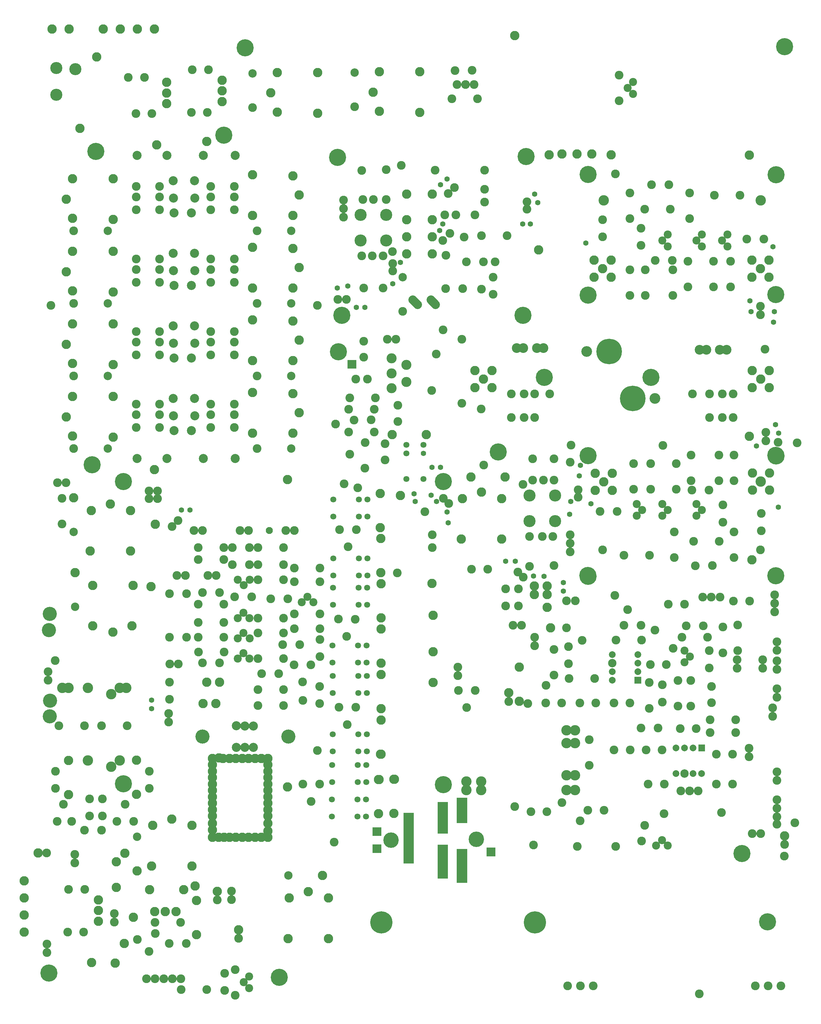
<source format=gbr>
%FSLAX34Y34*%
%MOMM*%
%LNSOLDERMASK_TOP*%
G71*
G01*
%ADD10C,2.600*%
%ADD11C,2.400*%
%ADD12C,2.800*%
%ADD13C,2.600*%
%ADD14C,5.100*%
%ADD15C,1.600*%
%ADD16C,3.100*%
%ADD17C,7.600*%
%ADD18C,3.200*%
%ADD19C,2.900*%
%ADD20C,2.600*%
%ADD21C,2.600*%
%ADD22C,2.400*%
%ADD23C,2.500*%
%ADD24C,2.600*%
%ADD25C,3.600*%
%ADD26C,2.800*%
%ADD27C,3.000*%
%ADD28C,1.800*%
%ADD29C,1.600*%
%ADD30C,2.000*%
%ADD31C,2.500*%
%ADD32C,2.700*%
%ADD33C,2.700*%
%ADD34C,4.200*%
%ADD35C,2.700*%
%ADD36C,2.800*%
%ADD37C,2.100*%
%ADD38C,6.600*%
%ADD39C,4.200*%
%ADD40C,4.600*%
%LPD*%
X419045Y-515829D02*
G54D10*
D03*
X419095Y-439579D02*
G54D10*
D03*
X338051Y-519229D02*
G54D10*
D03*
X338164Y-570210D02*
G54D10*
D03*
X452351Y-544629D02*
G54D10*
D03*
X452463Y-595610D02*
G54D10*
D03*
X419061Y-744429D02*
G54D10*
D03*
X419111Y-668179D02*
G54D10*
D03*
X539782Y-487815D02*
G54D10*
D03*
X463532Y-487765D02*
G54D10*
D03*
X464741Y-668179D02*
G54D10*
D03*
X464691Y-744429D02*
G54D10*
D03*
X596844Y-515830D02*
G54D10*
D03*
X596894Y-439580D02*
G54D10*
D03*
X494176Y-640345D02*
G54D10*
D03*
X591741Y-642779D02*
G54D10*
D03*
X591691Y-719029D02*
G54D10*
D03*
X667940Y-642779D02*
G54D10*
D03*
X667890Y-719029D02*
G54D10*
D03*
X718740Y-642779D02*
G54D10*
D03*
X718690Y-719029D02*
G54D10*
D03*
X818212Y-576734D02*
G54D10*
D03*
X767232Y-576847D02*
G54D10*
D03*
X746758Y-446011D02*
G54D10*
D03*
X670508Y-445961D02*
G54D10*
D03*
X531416Y-563404D02*
G54D11*
D03*
X515516Y-580979D02*
G54D11*
D03*
X531450Y-598595D02*
G54D11*
D03*
X633016Y-563404D02*
G54D11*
D03*
X617116Y-580979D02*
G54D11*
D03*
X633050Y-598595D02*
G54D11*
D03*
X709216Y-563404D02*
G54D11*
D03*
X693316Y-580979D02*
G54D11*
D03*
X709250Y-598595D02*
G54D11*
D03*
X312316Y-639504D02*
G54D12*
D03*
X363116Y-639504D02*
G54D12*
D03*
X337716Y-664904D02*
G54D12*
D03*
X363116Y-690304D02*
G54D12*
D03*
X312316Y-690304D02*
G54D12*
D03*
X782216Y-639504D02*
G54D12*
D03*
X833016Y-639504D02*
G54D12*
D03*
X807616Y-664904D02*
G54D12*
D03*
X833016Y-690304D02*
G54D12*
D03*
X782216Y-690304D02*
G54D12*
D03*
X483742Y-415195D02*
G54D10*
D03*
X534722Y-415082D02*
G54D10*
D03*
X419061Y-744429D02*
G54D13*
D03*
X294640Y-384810D02*
G54D14*
D03*
X544976Y-640345D02*
G54D10*
D03*
X547291Y-668179D02*
G54D10*
D03*
X547241Y-744429D02*
G54D10*
D03*
X376291Y-383029D02*
G54D10*
D03*
X287516Y-588804D02*
G54D15*
D03*
X464691Y-744429D02*
G54D13*
D03*
X547241Y-744429D02*
G54D13*
D03*
X591691Y-719029D02*
G54D13*
D03*
X667890Y-719029D02*
G54D13*
D03*
X854472Y-385604D02*
G54D14*
D03*
X294640Y-743586D02*
G54D14*
D03*
X853836Y-741998D02*
G54D14*
D03*
X344666Y-461804D02*
G54D15*
D03*
X341490Y-461804D02*
G54D16*
D03*
X808215Y-461804D02*
G54D16*
D03*
X427266Y-1051045D02*
G54D17*
D03*
X357416Y-911344D02*
G54D17*
D03*
X290741Y-911345D02*
G54D18*
D03*
X493941Y-1051045D02*
G54D18*
D03*
X81866Y-901245D02*
G54D19*
D03*
X161866Y-901245D02*
G54D20*
D03*
X626866Y-906245D02*
G54D20*
D03*
X706866Y-906245D02*
G54D20*
D03*
X161866Y-901245D02*
G54D19*
D03*
X626866Y-906245D02*
G54D19*
D03*
X706866Y-906245D02*
G54D12*
D03*
X101866Y-901245D02*
G54D19*
D03*
X141866Y-901245D02*
G54D19*
D03*
X646866Y-906244D02*
G54D19*
D03*
X686866Y-906245D02*
G54D19*
D03*
X-42559Y-1018845D02*
G54D12*
D03*
X-42559Y-968045D02*
G54D12*
D03*
X-17159Y-993445D02*
G54D12*
D03*
X8241Y-968044D02*
G54D12*
D03*
X8241Y-1018845D02*
G54D12*
D03*
X-42559Y-1018845D02*
G54D21*
D03*
X8241Y-1018845D02*
G54D13*
D03*
X782941Y-1018845D02*
G54D12*
D03*
X782941Y-968045D02*
G54D12*
D03*
X808341Y-993445D02*
G54D12*
D03*
X833741Y-968045D02*
G54D12*
D03*
X833741Y-1018845D02*
G54D12*
D03*
X782941Y-1018845D02*
G54D21*
D03*
X833741Y-1018845D02*
G54D13*
D03*
X656398Y-1107482D02*
G54D10*
D03*
X656398Y-1037632D02*
G54D10*
D03*
X726248Y-1107482D02*
G54D10*
D03*
X726248Y-1037632D02*
G54D10*
D03*
X694498Y-1037632D02*
G54D10*
D03*
X694498Y-1107482D02*
G54D10*
D03*
X726249Y-1107482D02*
G54D13*
D03*
X726249Y-1037632D02*
G54D13*
D03*
X65848Y-1107482D02*
G54D10*
D03*
X65848Y-1037632D02*
G54D10*
D03*
X135698Y-1107482D02*
G54D10*
D03*
X135698Y-1037632D02*
G54D10*
D03*
X103948Y-1037632D02*
G54D10*
D03*
X103948Y-1107482D02*
G54D10*
D03*
X135699Y-1107482D02*
G54D13*
D03*
X135699Y-1037632D02*
G54D13*
D03*
X706866Y-906245D02*
G54D19*
D03*
X180149Y-1037632D02*
G54D21*
D03*
X605599Y-1037632D02*
G54D21*
D03*
X821141Y-904520D02*
G54D21*
D03*
X-23409Y-1082320D02*
G54D21*
D03*
X-42559Y-968045D02*
G54D13*
D03*
X8241Y-968044D02*
G54D13*
D03*
X782941Y-968045D02*
G54D13*
D03*
X833741Y-968045D02*
G54D13*
D03*
X833741Y-1018845D02*
G54D13*
D03*
X294640Y-1221423D02*
G54D14*
D03*
X854472Y-1222216D02*
G54D14*
D03*
X294640Y-1580198D02*
G54D14*
D03*
X853836Y-1578610D02*
G54D14*
D03*
X808215Y-1298416D02*
G54D16*
D03*
X-382384Y-581344D02*
G54D22*
D03*
X-306184Y-581344D02*
G54D22*
D03*
X-306184Y-505144D02*
G54D22*
D03*
X-382384Y-505144D02*
G54D22*
D03*
X-306272Y-370121D02*
G54D10*
D03*
X-306272Y-459021D02*
G54D10*
D03*
X-344372Y-459021D02*
G54D10*
D03*
X-376122Y-459021D02*
G54D10*
D03*
X-315916Y-721911D02*
G54D10*
D03*
X-379415Y-626661D02*
G54D10*
D03*
X-347666Y-626661D02*
G54D10*
D03*
X-315916Y-626661D02*
G54D10*
D03*
X-287433Y-614372D02*
G54D10*
D03*
X-379416Y-372661D02*
G54D10*
D03*
X-261822Y-357421D02*
G54D10*
D03*
X-99394Y-505110D02*
G54D10*
D03*
X-42244Y-505110D02*
G54D10*
D03*
X-13544Y-428910D02*
G54D10*
D03*
X-13544Y-371760D02*
G54D10*
D03*
X-74594Y-570734D02*
G54D10*
D03*
X-128546Y-624616D02*
G54D10*
D03*
X-74594Y-570734D02*
G54D13*
D03*
X53182Y-566682D02*
G54D10*
D03*
X-23068Y-566632D02*
G54D10*
D03*
X53182Y-566682D02*
G54D13*
D03*
X-67644Y-644810D02*
G54D10*
D03*
X-16844Y-644810D02*
G54D10*
D03*
X-16844Y-644810D02*
G54D10*
D03*
X11763Y-740916D02*
G54D10*
D03*
X11651Y-689936D02*
G54D10*
D03*
X11763Y-740916D02*
G54D10*
D03*
X-13544Y-467010D02*
G54D10*
D03*
X18206Y-644810D02*
G54D10*
D03*
X-132414Y-505110D02*
G54D10*
D03*
X-121494Y-441610D02*
G54D10*
D03*
X-245190Y-443106D02*
G54D12*
D03*
X-168990Y-443106D02*
G54D12*
D03*
X-245190Y-519306D02*
G54D12*
D03*
X-245190Y-570106D02*
G54D12*
D03*
X-245190Y-620906D02*
G54D12*
D03*
X-168990Y-519306D02*
G54D12*
D03*
X-168990Y-570106D02*
G54D12*
D03*
X-168990Y-620906D02*
G54D12*
D03*
X-257691Y-791468D02*
G54D23*
D03*
X-257691Y-689868D02*
G54D23*
D03*
X-257691Y-791468D02*
G54D13*
D03*
X-168990Y-443106D02*
G54D10*
D03*
X-22739Y-725909D02*
G54D10*
D03*
X-78959Y-723664D02*
G54D10*
D03*
X-78959Y-723664D02*
G54D10*
D03*
X-129759Y-723664D02*
G54D10*
D03*
G54D24*
X-159575Y-771386D02*
X-173717Y-757244D01*
G54D24*
X-213550Y-771386D02*
X-227692Y-757244D01*
X-433784Y-461010D02*
G54D21*
D03*
X-433784Y-486410D02*
G54D21*
D03*
X-433784Y-511810D02*
G54D21*
D03*
X-160734Y-372110D02*
G54D21*
D03*
X-382384Y-505144D02*
G54D25*
D03*
X-382384Y-581344D02*
G54D25*
D03*
X-306184Y-581344D02*
G54D25*
D03*
X-306184Y-505144D02*
G54D25*
D03*
X196094Y-1339546D02*
G54D22*
D03*
X119894Y-1339546D02*
G54D22*
D03*
X119894Y-1415746D02*
G54D22*
D03*
X196094Y-1415746D02*
G54D22*
D03*
X119982Y-1550769D02*
G54D10*
D03*
X119982Y-1461869D02*
G54D10*
D03*
X158082Y-1461869D02*
G54D10*
D03*
X189832Y-1461869D02*
G54D10*
D03*
X193126Y-1230729D02*
G54D10*
D03*
X129626Y-1230729D02*
G54D10*
D03*
X193125Y-1294229D02*
G54D10*
D03*
X161376Y-1294229D02*
G54D10*
D03*
X129626Y-1294229D02*
G54D10*
D03*
X101143Y-1306518D02*
G54D10*
D03*
X193126Y-1548229D02*
G54D10*
D03*
X241144Y-1507505D02*
G54D21*
D03*
X241144Y-1482105D02*
G54D21*
D03*
X241144Y-1456705D02*
G54D21*
D03*
X241144Y-1240805D02*
G54D21*
D03*
X196094Y-1415746D02*
G54D25*
D03*
X196094Y-1339546D02*
G54D25*
D03*
X119894Y-1339546D02*
G54D25*
D03*
X119894Y-1415746D02*
G54D25*
D03*
X-83114Y-1469127D02*
G54D12*
D03*
X-79940Y-1348477D02*
G54D12*
D03*
X37536Y-1469127D02*
G54D12*
D03*
X37536Y-1348477D02*
G54D12*
D03*
X-22789Y-1329014D02*
G54D12*
D03*
X-79940Y-1348477D02*
G54D26*
D03*
X-54093Y-1284896D02*
G54D12*
D03*
X47507Y-1284896D02*
G54D12*
D03*
X134807Y-1609036D02*
G54D12*
D03*
X134807Y-1634436D02*
G54D12*
D03*
X172907Y-1634436D02*
G54D12*
D03*
X172907Y-1672536D02*
G54D12*
D03*
X87402Y-1617042D02*
G54D10*
D03*
X87515Y-1668022D02*
G54D10*
D03*
X87402Y-1617042D02*
G54D10*
D03*
X87514Y-1668023D02*
G54D10*
D03*
X49302Y-1617042D02*
G54D10*
D03*
X49414Y-1668022D02*
G54D10*
D03*
X49302Y-1617042D02*
G54D10*
D03*
X49414Y-1668023D02*
G54D10*
D03*
X172907Y-1609036D02*
G54D12*
D03*
X-16126Y-1249086D02*
G54D10*
D03*
X-54093Y-1284896D02*
G54D12*
D03*
X-246135Y-950597D02*
G54D27*
D03*
X-246135Y-1001397D02*
G54D27*
D03*
X-290585Y-975996D02*
G54D27*
D03*
X-290585Y-1020447D02*
G54D27*
D03*
X-290585Y-931547D02*
G54D27*
D03*
X-277885Y-874397D02*
G54D10*
D03*
X-303285Y-874397D02*
G54D10*
D03*
X-338970Y-1049022D02*
G54D10*
D03*
X-415220Y-1048972D02*
G54D10*
D03*
X-417912Y-1083282D02*
G54D10*
D03*
X-341662Y-1083332D02*
G54D10*
D03*
X-401978Y-1114758D02*
G54D10*
D03*
X-350998Y-1114646D02*
G54D10*
D03*
X-373135Y-880659D02*
G54D10*
D03*
X-373135Y-928459D02*
G54D10*
D03*
X-369525Y-1182284D02*
G54D10*
D03*
X-369575Y-1258534D02*
G54D10*
D03*
X-309635Y-1233346D02*
G54D10*
D03*
X-309635Y-1185547D02*
G54D10*
D03*
X-397079Y-993503D02*
G54D10*
D03*
X-361979Y-993502D02*
G54D10*
D03*
X-271535Y-1119047D02*
G54D10*
D03*
X-271535Y-1071246D02*
G54D10*
D03*
X-417857Y-1150929D02*
G54D10*
D03*
X-341607Y-1150979D02*
G54D10*
D03*
X-170660Y-1027352D02*
G54D10*
D03*
X-417912Y-1083282D02*
G54D10*
D03*
X-417857Y-1150928D02*
G54D10*
D03*
X-309635Y-1233346D02*
G54D10*
D03*
X-369575Y-1258534D02*
G54D10*
D03*
G36*
X-395185Y-936327D02*
X-395185Y-962327D01*
X-421185Y-962327D01*
X-421185Y-936327D01*
X-395185Y-936327D01*
G37*
X-195335Y-1188808D02*
G54D28*
D03*
X-195335Y-1214208D02*
G54D29*
D03*
X-246135Y-1188809D02*
G54D29*
D03*
X-246135Y-1214208D02*
G54D28*
D03*
X-195335Y-1290409D02*
G54D29*
D03*
X-246135Y-1290409D02*
G54D29*
D03*
X-288553Y-1158042D02*
G54D12*
D03*
X-186953Y-1158042D02*
G54D12*
D03*
X-288553Y-1158043D02*
G54D12*
D03*
X-191139Y-1388017D02*
G54D21*
D03*
X-246135Y-1188809D02*
G54D28*
D03*
X-195335Y-1290409D02*
G54D28*
D03*
X-246135Y-1290409D02*
G54D28*
D03*
G36*
X432778Y-1899147D02*
X432778Y-1879147D01*
X452778Y-1879147D01*
X452778Y-1899147D01*
X432778Y-1899147D01*
G37*
X442778Y-1863747D02*
G54D30*
D03*
X442778Y-1838347D02*
G54D30*
D03*
X442778Y-1812947D02*
G54D30*
D03*
X366578Y-1812947D02*
G54D30*
D03*
X366578Y-1838347D02*
G54D30*
D03*
X366579Y-1863747D02*
G54D30*
D03*
X366578Y-1889147D02*
G54D30*
D03*
X366578Y-1838347D02*
G54D31*
D03*
X738528Y-1853786D02*
G54D10*
D03*
X738528Y-1828286D02*
G54D10*
D03*
X168539Y-1957122D02*
G54D10*
D03*
X193434Y-1873537D02*
G54D10*
D03*
X193484Y-1797287D02*
G54D10*
D03*
X58242Y-1952129D02*
G54D10*
D03*
X58242Y-1926629D02*
G54D10*
D03*
X600499Y-1889845D02*
G54D10*
D03*
X600448Y-1966096D02*
G54D10*
D03*
X600499Y-1889845D02*
G54D10*
D03*
X662383Y-1907778D02*
G54D10*
D03*
X662383Y-1955578D02*
G54D10*
D03*
X562398Y-1889845D02*
G54D10*
D03*
X562348Y-1966096D02*
G54D10*
D03*
X562399Y-1889845D02*
G54D10*
D03*
X582054Y-1836072D02*
G54D11*
D03*
X597954Y-1818497D02*
G54D11*
D03*
X582019Y-1800881D02*
G54D11*
D03*
X655427Y-1801278D02*
G54D10*
D03*
X655539Y-1852259D02*
G54D10*
D03*
X655427Y-1801279D02*
G54D10*
D03*
X650497Y-1761151D02*
G54D10*
D03*
X574247Y-1761101D02*
G54D10*
D03*
X650497Y-1761151D02*
G54D10*
D03*
X637464Y-1727179D02*
G54D10*
D03*
X586484Y-1727291D02*
G54D10*
D03*
X637464Y-1727178D02*
G54D10*
D03*
X515727Y-1902878D02*
G54D10*
D03*
X515839Y-1953859D02*
G54D10*
D03*
X515727Y-1902879D02*
G54D10*
D03*
X662383Y-1907778D02*
G54D10*
D03*
X650497Y-1761151D02*
G54D10*
D03*
X637464Y-1727179D02*
G54D10*
D03*
X695749Y-1731095D02*
G54D10*
D03*
X695699Y-1807346D02*
G54D10*
D03*
X695750Y-1731095D02*
G54D10*
D03*
X695749Y-1731095D02*
G54D10*
D03*
X515727Y-1902878D02*
G54D10*
D03*
X479689Y-1842822D02*
G54D10*
D03*
X527489Y-1842822D02*
G54D10*
D03*
X493933Y-1740423D02*
G54D10*
D03*
X547815Y-1794376D02*
G54D10*
D03*
X493934Y-1740422D02*
G54D10*
D03*
X493934Y-1740423D02*
G54D10*
D03*
X453872Y-1769322D02*
G54D10*
D03*
X377622Y-1769272D02*
G54D10*
D03*
X401375Y-1725396D02*
G54D10*
D03*
X452356Y-1725284D02*
G54D10*
D03*
X401376Y-1725396D02*
G54D10*
D03*
X453872Y-1769322D02*
G54D10*
D03*
X452356Y-1725284D02*
G54D10*
D03*
X270139Y-1957122D02*
G54D10*
D03*
X317939Y-1957122D02*
G54D10*
D03*
X168539Y-1957122D02*
G54D10*
D03*
X216339Y-1957122D02*
G54D10*
D03*
X371739Y-1957122D02*
G54D10*
D03*
X419539Y-1957122D02*
G54D10*
D03*
X371739Y-1957122D02*
G54D10*
D03*
X476674Y-1896195D02*
G54D10*
D03*
X476624Y-1972446D02*
G54D10*
D03*
X476674Y-1896195D02*
G54D10*
D03*
X314172Y-1883622D02*
G54D10*
D03*
X237922Y-1883572D02*
G54D10*
D03*
X314172Y-1883622D02*
G54D10*
D03*
X236593Y-1839748D02*
G54D10*
D03*
X236481Y-1788768D02*
G54D10*
D03*
X236593Y-1839748D02*
G54D10*
D03*
X236481Y-1788767D02*
G54D10*
D03*
X276854Y-1770872D02*
G54D10*
D03*
X182838Y-1733454D02*
G54D10*
D03*
X230638Y-1733454D02*
G54D10*
D03*
X193434Y-1873537D02*
G54D10*
D03*
X169316Y-1904334D02*
G54D10*
D03*
X115364Y-1958216D02*
G54D10*
D03*
X169316Y-1904335D02*
G54D10*
D03*
X740140Y-1724841D02*
G54D10*
D03*
X182838Y-1733454D02*
G54D12*
D03*
X89964Y-1850266D02*
G54D12*
D03*
X89963Y-1951866D02*
G54D12*
D03*
X89964Y-1850266D02*
G54D12*
D03*
X58242Y-1926629D02*
G54D12*
D03*
X740140Y-1724841D02*
G54D10*
D03*
X740090Y-1801091D02*
G54D10*
D03*
X740140Y-1724841D02*
G54D10*
D03*
X740140Y-1724841D02*
G54D10*
D03*
X695749Y-1731095D02*
G54D10*
D03*
X637464Y-1727179D02*
G54D10*
D03*
X650497Y-1761151D02*
G54D10*
D03*
X493933Y-1740423D02*
G54D10*
D03*
X453872Y-1769322D02*
G54D10*
D03*
X452356Y-1725284D02*
G54D10*
D03*
X662383Y-1907778D02*
G54D10*
D03*
X276854Y-1770872D02*
G54D10*
D03*
X371739Y-1957122D02*
G54D10*
D03*
X168539Y-1957122D02*
G54D10*
D03*
X169316Y-1904335D02*
G54D10*
D03*
X193434Y-1873537D02*
G54D10*
D03*
X89964Y-1850266D02*
G54D10*
D03*
X814778Y-1853836D02*
G54D10*
D03*
X738528Y-1853786D02*
G54D10*
D03*
X814778Y-1828336D02*
G54D10*
D03*
X738528Y-1828286D02*
G54D10*
D03*
X-981126Y-1137496D02*
G54D10*
D03*
X-1050976Y-1137496D02*
G54D10*
D03*
X-981126Y-1067646D02*
G54D10*
D03*
X-1050976Y-1067646D02*
G54D10*
D03*
X-1050976Y-1099396D02*
G54D10*
D03*
X-981126Y-1099396D02*
G54D10*
D03*
X-937718Y-1146267D02*
G54D32*
D03*
X-886736Y-1146155D02*
G54D32*
D03*
X-758876Y-1137496D02*
G54D10*
D03*
X-828726Y-1137496D02*
G54D10*
D03*
X-758876Y-1067646D02*
G54D10*
D03*
X-828726Y-1067646D02*
G54D10*
D03*
X-828726Y-1099396D02*
G54D10*
D03*
X-758876Y-1099396D02*
G54D10*
D03*
X-876653Y-1102169D02*
G54D10*
D03*
X-876766Y-1051189D02*
G54D10*
D03*
X-940153Y-1102169D02*
G54D10*
D03*
X-940266Y-1051189D02*
G54D10*
D03*
X-758876Y-1067646D02*
G54D13*
D03*
X-828726Y-1067646D02*
G54D13*
D03*
X-876766Y-1051188D02*
G54D33*
D03*
X-940266Y-1051188D02*
G54D13*
D03*
X-981126Y-1067646D02*
G54D13*
D03*
X-1050976Y-1067646D02*
G54D13*
D03*
X-940153Y-1102169D02*
G54D32*
D03*
X-940266Y-1051189D02*
G54D32*
D03*
X-876766Y-1051189D02*
G54D32*
D03*
X-876653Y-1102169D02*
G54D32*
D03*
X-704663Y-1033204D02*
G54D12*
D03*
X-584013Y-1036378D02*
G54D12*
D03*
X-704663Y-1153854D02*
G54D12*
D03*
X-584013Y-1153854D02*
G54D12*
D03*
X-565200Y-1093529D02*
G54D12*
D03*
X-691156Y-1200134D02*
G54D23*
D03*
X-589556Y-1200133D02*
G54D23*
D03*
X-584013Y-1036378D02*
G54D12*
D03*
X-1119658Y-1165942D02*
G54D12*
D03*
X-1240308Y-1162768D02*
G54D12*
D03*
X-1119658Y-1045292D02*
G54D12*
D03*
X-1240308Y-1045292D02*
G54D12*
D03*
X-1259120Y-1105617D02*
G54D12*
D03*
X-1240307Y-1162768D02*
G54D12*
D03*
X-1240308Y-1045292D02*
G54D12*
D03*
X-1237256Y-1200134D02*
G54D23*
D03*
X-1135656Y-1200133D02*
G54D23*
D03*
X-691156Y-1200134D02*
G54D10*
D03*
X-1237256Y-1200134D02*
G54D10*
D03*
X-981126Y-921596D02*
G54D10*
D03*
X-1050976Y-921596D02*
G54D10*
D03*
X-981126Y-851746D02*
G54D10*
D03*
X-1050976Y-851746D02*
G54D10*
D03*
X-1050976Y-883496D02*
G54D10*
D03*
X-981126Y-883496D02*
G54D10*
D03*
X-937718Y-930367D02*
G54D32*
D03*
X-886736Y-930255D02*
G54D32*
D03*
X-758876Y-921596D02*
G54D10*
D03*
X-828726Y-921596D02*
G54D10*
D03*
X-758876Y-851746D02*
G54D10*
D03*
X-828726Y-851746D02*
G54D10*
D03*
X-828726Y-883496D02*
G54D10*
D03*
X-758876Y-883496D02*
G54D10*
D03*
X-876653Y-886269D02*
G54D10*
D03*
X-876766Y-835288D02*
G54D10*
D03*
X-940153Y-886269D02*
G54D10*
D03*
X-940266Y-835289D02*
G54D10*
D03*
X-758876Y-851746D02*
G54D13*
D03*
X-828726Y-851746D02*
G54D13*
D03*
X-876766Y-835288D02*
G54D33*
D03*
X-940266Y-835288D02*
G54D13*
D03*
X-981126Y-851746D02*
G54D13*
D03*
X-1050976Y-851746D02*
G54D13*
D03*
X-940153Y-886269D02*
G54D32*
D03*
X-940266Y-835289D02*
G54D32*
D03*
X-876766Y-835288D02*
G54D32*
D03*
X-876653Y-886269D02*
G54D32*
D03*
X-704663Y-817304D02*
G54D12*
D03*
X-584013Y-820478D02*
G54D12*
D03*
X-704663Y-937954D02*
G54D12*
D03*
X-584013Y-937954D02*
G54D12*
D03*
X-565200Y-877629D02*
G54D12*
D03*
X-691156Y-984234D02*
G54D23*
D03*
X-589556Y-984233D02*
G54D23*
D03*
X-584013Y-820478D02*
G54D12*
D03*
X-1119658Y-950042D02*
G54D12*
D03*
X-1240308Y-946868D02*
G54D12*
D03*
X-1119658Y-829392D02*
G54D12*
D03*
X-1240308Y-829392D02*
G54D12*
D03*
X-1259120Y-889717D02*
G54D12*
D03*
X-1240307Y-946869D02*
G54D12*
D03*
X-1240308Y-829392D02*
G54D12*
D03*
X-1237256Y-984234D02*
G54D23*
D03*
X-1135656Y-984233D02*
G54D23*
D03*
X-691156Y-984234D02*
G54D10*
D03*
X-1237256Y-984234D02*
G54D10*
D03*
X-981126Y-705696D02*
G54D10*
D03*
X-1050976Y-705696D02*
G54D10*
D03*
X-981126Y-635846D02*
G54D10*
D03*
X-1050976Y-635846D02*
G54D10*
D03*
X-1050976Y-667596D02*
G54D10*
D03*
X-981126Y-667596D02*
G54D10*
D03*
X-937718Y-714467D02*
G54D32*
D03*
X-886736Y-714355D02*
G54D32*
D03*
X-758876Y-705696D02*
G54D10*
D03*
X-828726Y-705696D02*
G54D10*
D03*
X-758876Y-635846D02*
G54D10*
D03*
X-828726Y-635846D02*
G54D10*
D03*
X-828726Y-667596D02*
G54D10*
D03*
X-758876Y-667596D02*
G54D10*
D03*
X-876653Y-670369D02*
G54D10*
D03*
X-876766Y-619388D02*
G54D10*
D03*
X-940153Y-670369D02*
G54D10*
D03*
X-940266Y-619388D02*
G54D10*
D03*
X-758876Y-635846D02*
G54D13*
D03*
X-828726Y-635846D02*
G54D13*
D03*
X-876766Y-619388D02*
G54D33*
D03*
X-940266Y-619388D02*
G54D13*
D03*
X-981126Y-635846D02*
G54D13*
D03*
X-1050976Y-635846D02*
G54D13*
D03*
X-940153Y-670369D02*
G54D32*
D03*
X-940266Y-619388D02*
G54D32*
D03*
X-876766Y-619388D02*
G54D32*
D03*
X-876653Y-670369D02*
G54D32*
D03*
X-704663Y-601404D02*
G54D12*
D03*
X-584013Y-604578D02*
G54D12*
D03*
X-704663Y-722054D02*
G54D12*
D03*
X-584013Y-722054D02*
G54D12*
D03*
X-565200Y-661729D02*
G54D12*
D03*
X-691156Y-768334D02*
G54D23*
D03*
X-589556Y-768334D02*
G54D23*
D03*
X-584013Y-604578D02*
G54D12*
D03*
X-1119658Y-734142D02*
G54D12*
D03*
X-1240308Y-730968D02*
G54D12*
D03*
X-1119658Y-613492D02*
G54D12*
D03*
X-1240308Y-613492D02*
G54D12*
D03*
X-1259120Y-673817D02*
G54D12*
D03*
X-1240307Y-730968D02*
G54D12*
D03*
X-1240308Y-613492D02*
G54D12*
D03*
X-1237256Y-768334D02*
G54D23*
D03*
X-1135656Y-768334D02*
G54D23*
D03*
X-691156Y-768334D02*
G54D10*
D03*
X-1237256Y-768334D02*
G54D10*
D03*
X-981126Y-489796D02*
G54D10*
D03*
X-1050976Y-489796D02*
G54D10*
D03*
X-981126Y-419946D02*
G54D10*
D03*
X-1050976Y-419946D02*
G54D10*
D03*
X-1050976Y-451696D02*
G54D10*
D03*
X-981126Y-451696D02*
G54D10*
D03*
X-937718Y-498567D02*
G54D32*
D03*
X-886737Y-498455D02*
G54D32*
D03*
X-758876Y-489796D02*
G54D10*
D03*
X-828726Y-489796D02*
G54D10*
D03*
X-758876Y-419946D02*
G54D10*
D03*
X-828726Y-419946D02*
G54D10*
D03*
X-828726Y-451696D02*
G54D10*
D03*
X-758876Y-451696D02*
G54D10*
D03*
X-876653Y-454469D02*
G54D10*
D03*
X-876766Y-403488D02*
G54D10*
D03*
X-940153Y-454469D02*
G54D10*
D03*
X-940266Y-403489D02*
G54D10*
D03*
X-758876Y-419946D02*
G54D13*
D03*
X-828726Y-419946D02*
G54D13*
D03*
X-876766Y-403488D02*
G54D33*
D03*
X-940266Y-403488D02*
G54D13*
D03*
X-981126Y-419946D02*
G54D13*
D03*
X-1050976Y-419946D02*
G54D13*
D03*
X-940153Y-454469D02*
G54D32*
D03*
X-940266Y-403489D02*
G54D32*
D03*
X-876766Y-403489D02*
G54D32*
D03*
X-876653Y-454469D02*
G54D32*
D03*
X-704663Y-385504D02*
G54D12*
D03*
X-584013Y-388678D02*
G54D12*
D03*
X-704663Y-506154D02*
G54D12*
D03*
X-584013Y-506154D02*
G54D12*
D03*
X-565200Y-445829D02*
G54D12*
D03*
X-691156Y-552434D02*
G54D23*
D03*
X-589556Y-552434D02*
G54D23*
D03*
X-584013Y-388678D02*
G54D12*
D03*
X-1119658Y-518242D02*
G54D12*
D03*
X-1240308Y-515068D02*
G54D12*
D03*
X-1119658Y-397592D02*
G54D12*
D03*
X-1240308Y-397592D02*
G54D12*
D03*
X-1259120Y-457917D02*
G54D12*
D03*
X-1240307Y-515068D02*
G54D12*
D03*
X-1240308Y-397592D02*
G54D12*
D03*
X-1237256Y-552434D02*
G54D23*
D03*
X-1135656Y-552434D02*
G54D23*
D03*
X-691156Y-552434D02*
G54D10*
D03*
X-1237256Y-552434D02*
G54D10*
D03*
X-756002Y-1229169D02*
G54D32*
D03*
X-756002Y-1229169D02*
G54D32*
D03*
X-851252Y-1229169D02*
G54D32*
D03*
X-851252Y-1229169D02*
G54D32*
D03*
X-959202Y-1229169D02*
G54D32*
D03*
X-959202Y-1229169D02*
G54D32*
D03*
X-1048102Y-1229169D02*
G54D32*
D03*
X-1048102Y-1229169D02*
G54D32*
D03*
X-756002Y-327469D02*
G54D32*
D03*
X-756002Y-327469D02*
G54D32*
D03*
X-851252Y-327469D02*
G54D32*
D03*
X-851252Y-327469D02*
G54D32*
D03*
X-959202Y-327469D02*
G54D32*
D03*
X-959202Y-327469D02*
G54D32*
D03*
X-1048102Y-327469D02*
G54D32*
D03*
X-1048102Y-327469D02*
G54D32*
D03*
X-1304738Y-773999D02*
G54D21*
D03*
X-510988Y-773999D02*
G54D21*
D03*
X100964Y-803910D02*
G54D14*
D03*
X110490Y-330836D02*
G54D14*
D03*
X110489Y-330835D02*
G54D14*
D03*
X-438786Y-803910D02*
G54D14*
D03*
X-451486Y-334010D02*
G54D14*
D03*
X-1059839Y-1606685D02*
G54D12*
D03*
X-1063013Y-1727335D02*
G54D12*
D03*
X-1180489Y-1606685D02*
G54D12*
D03*
X-1180488Y-1727335D02*
G54D12*
D03*
X-1120164Y-1746148D02*
G54D12*
D03*
X-1188038Y-1504816D02*
G54D12*
D03*
X-1184864Y-1384166D02*
G54D12*
D03*
X-1067388Y-1504816D02*
G54D12*
D03*
X-1067389Y-1384166D02*
G54D12*
D03*
X-1127713Y-1364878D02*
G54D12*
D03*
X-1233118Y-1569392D02*
G54D23*
D03*
X-1233118Y-1670992D02*
G54D23*
D03*
X-1233118Y-1569392D02*
G54D10*
D03*
X-1233118Y-1569392D02*
G54D12*
D03*
X-1236916Y-1346196D02*
G54D23*
D03*
X-1236916Y-1447797D02*
G54D23*
D03*
X-1236916Y-1346196D02*
G54D10*
D03*
X-1236916Y-1346196D02*
G54D12*
D03*
X-1063013Y-1727335D02*
G54D12*
D03*
X-1067389Y-1384166D02*
G54D12*
D03*
X-1184864Y-1384166D02*
G54D12*
D03*
X-1067389Y-1384166D02*
G54D12*
D03*
X-1088628Y-1298416D02*
G54D14*
D03*
X-136128Y-1298416D02*
G54D14*
D03*
X-1088628Y-2196941D02*
G54D14*
D03*
X-136128Y-2200116D02*
G54D14*
D03*
X-52073Y-1558736D02*
G54D10*
D03*
X-4273Y-1558736D02*
G54D10*
D03*
X-52073Y-1558735D02*
G54D10*
D03*
X843824Y-1971176D02*
G54D21*
D03*
X856523Y-1774326D02*
G54D21*
D03*
X856524Y-1799726D02*
G54D21*
D03*
X856523Y-2161676D02*
G54D21*
D03*
X856524Y-2187076D02*
G54D21*
D03*
X856523Y-1914026D02*
G54D21*
D03*
X856524Y-1939426D02*
G54D21*
D03*
X-170095Y-1600917D02*
G54D12*
D03*
X-166920Y-1696167D02*
G54D12*
D03*
X-166920Y-1804117D02*
G54D12*
D03*
X-166920Y-1896192D02*
G54D12*
D03*
X-597490Y-2056655D02*
G54D34*
D03*
X-853190Y-2056755D02*
G54D34*
D03*
X-752464Y-2024830D02*
G54D35*
D03*
X-727090Y-2024955D02*
G54D35*
D03*
X-701646Y-2024930D02*
G54D35*
D03*
X-504384Y-1958571D02*
G54D10*
D03*
X-504559Y-1907579D02*
G54D10*
D03*
X-802314Y-1894705D02*
G54D36*
D03*
X-851714Y-1958805D02*
G54D36*
D03*
X-813714Y-1958805D02*
G54D36*
D03*
X-840414Y-1894705D02*
G54D36*
D03*
X-951590Y-1945555D02*
G54D10*
D03*
X-951714Y-1894638D02*
G54D10*
D03*
X-688064Y-1916980D02*
G54D10*
D03*
X-611814Y-1917030D02*
G54D10*
D03*
X-954164Y-2013680D02*
G54D10*
D03*
X-954164Y-1988180D02*
G54D10*
D03*
X-688064Y-1964605D02*
G54D10*
D03*
X-611815Y-1964655D02*
G54D10*
D03*
X-713464Y-1545505D02*
G54D10*
D03*
X-764381Y-1545630D02*
G54D10*
D03*
X-748390Y-1589955D02*
G54D11*
D03*
X-730814Y-1605855D02*
G54D11*
D03*
X-713198Y-1589920D02*
G54D11*
D03*
X-742039Y-1443905D02*
G54D10*
D03*
X-716614Y-1443855D02*
G54D10*
D03*
X-688064Y-1589955D02*
G54D10*
D03*
X-611889Y-1589955D02*
G54D10*
D03*
X-865864Y-1529630D02*
G54D10*
D03*
X-789614Y-1529680D02*
G54D10*
D03*
X-707114Y-1640755D02*
G54D10*
D03*
X-758031Y-1640880D02*
G54D10*
D03*
X-713464Y-1704255D02*
G54D11*
D03*
X-731064Y-1688355D02*
G54D11*
D03*
X-748656Y-1704290D02*
G54D11*
D03*
X-713090Y-1764655D02*
G54D11*
D03*
X-731064Y-1748680D02*
G54D11*
D03*
X-748656Y-1764615D02*
G54D11*
D03*
X-688064Y-1704255D02*
G54D10*
D03*
X-611889Y-1704255D02*
G54D10*
D03*
X-713465Y-1824955D02*
G54D11*
D03*
X-731064Y-1809005D02*
G54D11*
D03*
X-748656Y-1824940D02*
G54D11*
D03*
X-865864Y-1761405D02*
G54D10*
D03*
X-789614Y-1761455D02*
G54D10*
D03*
X-865656Y-1805584D02*
G54D10*
D03*
X-789406Y-1805634D02*
G54D10*
D03*
X-688064Y-1824905D02*
G54D10*
D03*
X-611790Y-1824955D02*
G54D10*
D03*
X-626744Y-1869695D02*
G54D10*
D03*
X-677660Y-1869820D02*
G54D10*
D03*
X-688064Y-1748705D02*
G54D10*
D03*
X-611814Y-1748755D02*
G54D10*
D03*
X-530789Y-1843555D02*
G54D21*
D03*
X-555773Y-1894487D02*
G54D21*
D03*
X-580672Y-1843440D02*
G54D21*
D03*
X-522964Y-1656630D02*
G54D11*
D03*
X-540765Y-1640830D02*
G54D11*
D03*
X-558155Y-1656665D02*
G54D11*
D03*
X-878564Y-1443905D02*
G54D10*
D03*
X-852990Y-1443955D02*
G54D10*
D03*
X-580114Y-1555030D02*
G54D10*
D03*
X-503864Y-1555080D02*
G54D10*
D03*
X-580114Y-1596305D02*
G54D10*
D03*
X-503864Y-1596355D02*
G54D10*
D03*
X-599164Y-1647105D02*
G54D10*
D03*
X-650081Y-1647230D02*
G54D10*
D03*
X-580114Y-1691555D02*
G54D10*
D03*
X-503864Y-1691605D02*
G54D10*
D03*
X-503964Y-1818580D02*
G54D10*
D03*
X-504077Y-1767600D02*
G54D10*
D03*
X-503915Y-1736005D02*
G54D10*
D03*
X-580190Y-1735955D02*
G54D10*
D03*
X-929314Y-1577230D02*
G54D10*
D03*
X-904452Y-1577542D02*
G54D10*
D03*
X-900790Y-1761405D02*
G54D10*
D03*
X-951764Y-1761555D02*
G54D10*
D03*
X-865864Y-1716955D02*
G54D10*
D03*
X-789614Y-1717005D02*
G54D10*
D03*
X-802364Y-1837605D02*
G54D10*
D03*
X-853340Y-1837755D02*
G54D10*
D03*
X-925764Y-1840755D02*
G54D10*
D03*
X-951064Y-1840455D02*
G54D10*
D03*
X-900790Y-1631230D02*
G54D10*
D03*
X-951764Y-1631330D02*
G54D10*
D03*
X-580114Y-1443905D02*
G54D10*
D03*
X-605590Y-1443905D02*
G54D10*
D03*
X-865864Y-1662980D02*
G54D10*
D03*
X-789614Y-1663030D02*
G54D10*
D03*
X-802390Y-1628030D02*
G54D10*
D03*
X-853290Y-1628230D02*
G54D10*
D03*
X-837290Y-1577255D02*
G54D10*
D03*
X-812390Y-1577555D02*
G54D10*
D03*
X-688065Y-1545505D02*
G54D10*
D03*
X-611890Y-1545505D02*
G54D10*
D03*
X-688064Y-1494705D02*
G54D10*
D03*
X-611890Y-1494655D02*
G54D10*
D03*
X-865890Y-1494655D02*
G54D10*
D03*
X-789689Y-1494655D02*
G54D10*
D03*
X-713464Y-1494705D02*
G54D10*
D03*
X-764381Y-1494830D02*
G54D10*
D03*
X-654840Y-1443905D02*
G54D37*
D03*
X-614764Y-1783320D02*
G54D10*
D03*
X-563784Y-1783208D02*
G54D10*
D03*
X-554665Y-1948780D02*
G54D10*
D03*
X-701590Y-2089255D02*
G54D35*
D03*
X-726890Y-2089055D02*
G54D35*
D03*
X-752377Y-2089124D02*
G54D35*
D03*
X-364340Y-2100566D02*
G54D29*
D03*
X-389740Y-2100566D02*
G54D29*
D03*
X-364340Y-2049766D02*
G54D29*
D03*
X-389740Y-2049766D02*
G54D29*
D03*
X-465940Y-2100566D02*
G54D28*
D03*
X-465940Y-2049766D02*
G54D29*
D03*
X-321731Y-2109450D02*
G54D12*
D03*
X-321731Y-2007850D02*
G54D12*
D03*
X-323715Y-2109450D02*
G54D12*
D03*
X-364340Y-1927132D02*
G54D29*
D03*
X-389740Y-1927131D02*
G54D29*
D03*
X-364340Y-1876332D02*
G54D29*
D03*
X-389740Y-1876332D02*
G54D29*
D03*
X-465940Y-1927132D02*
G54D29*
D03*
X-465940Y-1876332D02*
G54D29*
D03*
X-397440Y-1969761D02*
G54D21*
D03*
X-422423Y-2020694D02*
G54D21*
D03*
X-447322Y-1969647D02*
G54D21*
D03*
X-361958Y-1577881D02*
G54D29*
D03*
X-387358Y-1577882D02*
G54D29*
D03*
X-361958Y-1527082D02*
G54D29*
D03*
X-387358Y-1527082D02*
G54D29*
D03*
X-463558Y-1577882D02*
G54D29*
D03*
X-463558Y-1527082D02*
G54D29*
D03*
X-361958Y-1402463D02*
G54D29*
D03*
X-387358Y-1402463D02*
G54D29*
D03*
X-361958Y-1351662D02*
G54D29*
D03*
X-387358Y-1351663D02*
G54D29*
D03*
X-463558Y-1402462D02*
G54D29*
D03*
X-463558Y-1351663D02*
G54D29*
D03*
X-395058Y-1441124D02*
G54D21*
D03*
X-420042Y-1492056D02*
G54D21*
D03*
X-444941Y-1441010D02*
G54D21*
D03*
X-399027Y-1707427D02*
G54D21*
D03*
X-424011Y-1758359D02*
G54D21*
D03*
X-448910Y-1707312D02*
G54D21*
D03*
X-363546Y-1664400D02*
G54D29*
D03*
X-388946Y-1664400D02*
G54D29*
D03*
X-363546Y-1613600D02*
G54D29*
D03*
X-388946Y-1613600D02*
G54D29*
D03*
X-465146Y-1664400D02*
G54D29*
D03*
X-465146Y-1613600D02*
G54D29*
D03*
X-365133Y-1836644D02*
G54D29*
D03*
X-390533Y-1836644D02*
G54D29*
D03*
X-365133Y-1785844D02*
G54D29*
D03*
X-390533Y-1785844D02*
G54D29*
D03*
X-466733Y-1836644D02*
G54D29*
D03*
X-466733Y-1785844D02*
G54D29*
D03*
X-321731Y-1974115D02*
G54D12*
D03*
X-321731Y-1872515D02*
G54D12*
D03*
X-321731Y-1974115D02*
G54D12*
D03*
X-321334Y-1837987D02*
G54D12*
D03*
X-321334Y-1736387D02*
G54D12*
D03*
X-321334Y-1837987D02*
G54D12*
D03*
X-321334Y-1703446D02*
G54D12*
D03*
X-321334Y-1601846D02*
G54D12*
D03*
X-321334Y-1703446D02*
G54D12*
D03*
X-322524Y-1568906D02*
G54D12*
D03*
X-322524Y-1467306D02*
G54D12*
D03*
X-322524Y-1568906D02*
G54D12*
D03*
X-324112Y-1435556D02*
G54D12*
D03*
X-324112Y-1333956D02*
G54D12*
D03*
X-324112Y-1435556D02*
G54D12*
D03*
X-273839Y-1570112D02*
G54D21*
D03*
X-511170Y-2097956D02*
G54D21*
D03*
X-465940Y-2049766D02*
G54D28*
D03*
X-389740Y-2100566D02*
G54D28*
D03*
X-364340Y-2100566D02*
G54D28*
D03*
X-389740Y-2049766D02*
G54D28*
D03*
X-364340Y-2049766D02*
G54D28*
D03*
X-465940Y-1927132D02*
G54D28*
D03*
X-465940Y-1876332D02*
G54D28*
D03*
X-389740Y-1927131D02*
G54D28*
D03*
X-364340Y-1927132D02*
G54D28*
D03*
X-364340Y-1876332D02*
G54D28*
D03*
X-389740Y-1876332D02*
G54D28*
D03*
X-390533Y-1836644D02*
G54D28*
D03*
X-365133Y-1836644D02*
G54D28*
D03*
X-365133Y-1785844D02*
G54D28*
D03*
X-390533Y-1785844D02*
G54D28*
D03*
X-466733Y-1836644D02*
G54D28*
D03*
X-466733Y-1785844D02*
G54D28*
D03*
X-465146Y-1664400D02*
G54D28*
D03*
X-388946Y-1664400D02*
G54D28*
D03*
X-465146Y-1613600D02*
G54D28*
D03*
X-388946Y-1613600D02*
G54D28*
D03*
X-363546Y-1613600D02*
G54D28*
D03*
X-363546Y-1664400D02*
G54D28*
D03*
X-463558Y-1577882D02*
G54D28*
D03*
X-463558Y-1527082D02*
G54D28*
D03*
X-387358Y-1577882D02*
G54D28*
D03*
X-361958Y-1577881D02*
G54D28*
D03*
X-361958Y-1527082D02*
G54D28*
D03*
X-387358Y-1527082D02*
G54D28*
D03*
X-463558Y-1402462D02*
G54D28*
D03*
X-463558Y-1351663D02*
G54D28*
D03*
X-387358Y-1402463D02*
G54D28*
D03*
X-361958Y-1402463D02*
G54D28*
D03*
X-361958Y-1351662D02*
G54D28*
D03*
X-387358Y-1351663D02*
G54D28*
D03*
X-399027Y-1707427D02*
G54D21*
D03*
X-395058Y-1441124D02*
G54D21*
D03*
X-366324Y-2294239D02*
G54D29*
D03*
X-391724Y-2294239D02*
G54D29*
D03*
X-366324Y-2243439D02*
G54D29*
D03*
X-391724Y-2243439D02*
G54D29*
D03*
X-467924Y-2294239D02*
G54D28*
D03*
X-467924Y-2243439D02*
G54D29*
D03*
X-467924Y-2243439D02*
G54D28*
D03*
X-391724Y-2294239D02*
G54D28*
D03*
X-366324Y-2294239D02*
G54D28*
D03*
X-391724Y-2243439D02*
G54D28*
D03*
X-366324Y-2243439D02*
G54D28*
D03*
X-504993Y-2198361D02*
G54D21*
D03*
X-529976Y-2249294D02*
G54D21*
D03*
X-554875Y-2198247D02*
G54D21*
D03*
X-329576Y-2184750D02*
G54D12*
D03*
X-329576Y-2286349D02*
G54D12*
D03*
X-327592Y-2184749D02*
G54D12*
D03*
X-283538Y-2183559D02*
G54D12*
D03*
X-283538Y-2285159D02*
G54D12*
D03*
X-281554Y-2183559D02*
G54D12*
D03*
X-365530Y-2191845D02*
G54D29*
D03*
X-390930Y-2191845D02*
G54D29*
D03*
X-365530Y-2141045D02*
G54D29*
D03*
X-390930Y-2141045D02*
G54D29*
D03*
X-467130Y-2191846D02*
G54D28*
D03*
X-467131Y-2141045D02*
G54D29*
D03*
X-467131Y-2141045D02*
G54D28*
D03*
X-390930Y-2191845D02*
G54D28*
D03*
X-365530Y-2191845D02*
G54D28*
D03*
X-390930Y-2141045D02*
G54D28*
D03*
X-365530Y-2141045D02*
G54D28*
D03*
X-600030Y-1291923D02*
G54D12*
D03*
X-600030Y-2206323D02*
G54D12*
D03*
X-792395Y-2121617D02*
G54D12*
D03*
X-659045Y-2254967D02*
G54D12*
D03*
X-659045Y-2235917D02*
G54D12*
D03*
X-659045Y-2216867D02*
G54D12*
D03*
X-659045Y-2197817D02*
G54D12*
D03*
X-659045Y-2178767D02*
G54D12*
D03*
X-659045Y-2159717D02*
G54D12*
D03*
X-659045Y-2140667D02*
G54D12*
D03*
X-659045Y-2121617D02*
G54D12*
D03*
X-659045Y-2274017D02*
G54D12*
D03*
X-659045Y-2293067D02*
G54D12*
D03*
X-659045Y-2293067D02*
G54D12*
D03*
X-754295Y-2121617D02*
G54D12*
D03*
X-735245Y-2121617D02*
G54D12*
D03*
X-716195Y-2121617D02*
G54D12*
D03*
X-697145Y-2121617D02*
G54D12*
D03*
X-678095Y-2121617D02*
G54D12*
D03*
X-773345Y-2121617D02*
G54D12*
D03*
X-792395Y-2121617D02*
G54D12*
D03*
X-659045Y-2121617D02*
G54D12*
D03*
X-993730Y-1425273D02*
G54D12*
D03*
X-264114Y-1339716D02*
G54D12*
D03*
X-373066Y-721911D02*
G54D10*
D03*
X96576Y-1725396D02*
G54D10*
D03*
X71001Y-1725346D02*
G54D10*
D03*
X135682Y-1761112D02*
G54D10*
D03*
X135632Y-1786686D02*
G54D10*
D03*
X256285Y-1653118D02*
G54D10*
D03*
X230710Y-1653068D02*
G54D10*
D03*
X774223Y-2116964D02*
G54D10*
D03*
X774224Y-2091464D02*
G54D10*
D03*
G36*
X642876Y-2100474D02*
X622876Y-2100474D01*
X622876Y-2080474D01*
X642876Y-2080474D01*
X642876Y-2100474D01*
G37*
X607476Y-2090474D02*
G54D30*
D03*
X582076Y-2090474D02*
G54D30*
D03*
X556676Y-2090474D02*
G54D30*
D03*
X556676Y-2166674D02*
G54D30*
D03*
X582076Y-2166674D02*
G54D30*
D03*
X607476Y-2166674D02*
G54D30*
D03*
X632876Y-2166673D02*
G54D30*
D03*
X582076Y-2166674D02*
G54D31*
D03*
X520674Y-2285976D02*
G54D10*
D03*
X571032Y-2218597D02*
G54D10*
D03*
X596532Y-2218598D02*
G54D10*
D03*
X596532Y-2218597D02*
G54D10*
D03*
X622032Y-2218597D02*
G54D10*
D03*
X724517Y-2197801D02*
G54D10*
D03*
X676717Y-2197800D02*
G54D10*
D03*
X521317Y-2197800D02*
G54D10*
D03*
X473517Y-2197801D02*
G54D10*
D03*
X724517Y-2108901D02*
G54D10*
D03*
X676717Y-2108901D02*
G54D10*
D03*
X734042Y-2045201D02*
G54D10*
D03*
X657792Y-2045151D02*
G54D10*
D03*
X734042Y-2007101D02*
G54D10*
D03*
X657792Y-2007051D02*
G54D10*
D03*
X734042Y-2007101D02*
G54D10*
D03*
X616567Y-2032700D02*
G54D10*
D03*
X568767Y-2032700D02*
G54D10*
D03*
X467079Y-2096201D02*
G54D10*
D03*
X514879Y-2096201D02*
G54D10*
D03*
X502982Y-2031348D02*
G54D10*
D03*
X452001Y-2031460D02*
G54D10*
D03*
X502982Y-2031348D02*
G54D10*
D03*
X371829Y-2096201D02*
G54D10*
D03*
X419629Y-2096201D02*
G54D10*
D03*
X734042Y-2007101D02*
G54D10*
D03*
X843824Y-1996576D02*
G54D21*
D03*
X856524Y-1831476D02*
G54D21*
D03*
X856524Y-1856876D02*
G54D21*
D03*
X850174Y-1634626D02*
G54D21*
D03*
X850174Y-1660026D02*
G54D21*
D03*
X850174Y-1685426D02*
G54D21*
D03*
X298029Y-2142310D02*
G54D10*
D03*
X298079Y-2066060D02*
G54D10*
D03*
X255765Y-2038191D02*
G54D16*
D03*
X255765Y-2076291D02*
G54D16*
D03*
X255765Y-2171541D02*
G54D16*
D03*
X255765Y-2215991D02*
G54D16*
D03*
X-68085Y-2215991D02*
G54D16*
D03*
X-23635Y-2215991D02*
G54D16*
D03*
X230365Y-2038191D02*
G54D16*
D03*
X230365Y-2076291D02*
G54D16*
D03*
X230365Y-2171541D02*
G54D16*
D03*
X230365Y-2215991D02*
G54D16*
D03*
X-68085Y-2190591D02*
G54D16*
D03*
X-23635Y-2190591D02*
G54D16*
D03*
X294002Y-2276286D02*
G54D10*
D03*
X341802Y-2276286D02*
G54D10*
D03*
X294002Y-2276286D02*
G54D10*
D03*
X-41839Y-1919755D02*
G54D21*
D03*
X-66823Y-1970687D02*
G54D21*
D03*
X-91722Y-1919640D02*
G54D21*
D03*
X-92922Y-1875322D02*
G54D10*
D03*
X-92871Y-1849746D02*
G54D10*
D03*
X217076Y-2252942D02*
G54D10*
D03*
X270957Y-2306895D02*
G54D10*
D03*
X856524Y-2269626D02*
G54D21*
D03*
X856524Y-2317251D02*
G54D21*
D03*
X856524Y-2244226D02*
G54D21*
D03*
X179018Y-326495D02*
G54D12*
D03*
X774382Y-326664D02*
G54D12*
D03*
X774382Y-1163277D02*
G54D12*
D03*
X363168Y-326495D02*
G54D12*
D03*
X261568Y-323320D02*
G54D12*
D03*
X172067Y-2280350D02*
G54D10*
D03*
X124267Y-2280351D02*
G54D10*
D03*
X75932Y-2264952D02*
G54D10*
D03*
X217118Y-323320D02*
G54D12*
D03*
X147268Y-609070D02*
G54D12*
D03*
X687168Y-1642093D02*
G54D10*
D03*
X661669Y-1642093D02*
G54D10*
D03*
X661669Y-1642093D02*
G54D10*
D03*
X636169Y-1642093D02*
G54D10*
D03*
X533684Y-1662889D02*
G54D10*
D03*
X581484Y-1662890D02*
G54D10*
D03*
X775246Y-1653364D02*
G54D10*
D03*
X727446Y-1653364D02*
G54D10*
D03*
X412024Y-1679076D02*
G54D21*
D03*
X856523Y-2295026D02*
G54D21*
D03*
X-1271984Y-1347629D02*
G54D10*
D03*
X-1272034Y-1423879D02*
G54D10*
D03*
X-1272034Y-1423879D02*
G54D13*
D03*
X-1284919Y-1301200D02*
G54D10*
D03*
X-1259444Y-1301200D02*
G54D10*
D03*
X-425335Y-755884D02*
G54D10*
D03*
X-450735Y-755884D02*
G54D10*
D03*
X-287222Y-649521D02*
G54D10*
D03*
X-287222Y-671746D02*
G54D10*
D03*
X-287222Y-709846D02*
G54D15*
D03*
X-452322Y-722546D02*
G54D15*
D03*
X112827Y-487596D02*
G54D10*
D03*
X112827Y-465371D02*
G54D10*
D03*
X135116Y-442754D02*
G54D15*
D03*
X808152Y-776521D02*
G54D10*
D03*
X808152Y-801921D02*
G54D10*
D03*
X776466Y-760254D02*
G54D15*
D03*
X824028Y-1151171D02*
G54D10*
D03*
X824028Y-1176571D02*
G54D10*
D03*
X852666Y-1128554D02*
G54D15*
D03*
X265228Y-1322621D02*
G54D10*
D03*
X265228Y-1344846D02*
G54D10*
D03*
X268466Y-1280954D02*
G54D15*
D03*
X243066Y-1357154D02*
G54D15*
D03*
X-120173Y-1363428D02*
G54D10*
D03*
X-135889Y-1347712D02*
G54D10*
D03*
X-125234Y-1388904D02*
G54D15*
D03*
X-156984Y-1357154D02*
G54D15*
D03*
X101635Y-1582891D02*
G54D10*
D03*
X85920Y-1567176D02*
G54D10*
D03*
X77966Y-1534954D02*
G54D15*
D03*
X131940Y-1579404D02*
G54D15*
D03*
X-420572Y-716196D02*
G54D15*
D03*
X144578Y-468546D02*
G54D15*
D03*
X100128Y-532046D02*
G54D15*
D03*
X122416Y-531654D02*
G54D15*
D03*
X779578Y-792396D02*
G54D15*
D03*
X849428Y-792396D02*
G54D15*
D03*
X846316Y-823754D02*
G54D15*
D03*
X862128Y-1154346D02*
G54D15*
D03*
X795516Y-1192054D02*
G54D15*
D03*
X-395172Y-779696D02*
G54D15*
D03*
X-369772Y-779696D02*
G54D15*
D03*
X271578Y-1249596D02*
G54D15*
D03*
X239828Y-1395646D02*
G54D15*
D03*
X49328Y-1535346D02*
G54D15*
D03*
X163628Y-1579796D02*
G54D15*
D03*
X-172922Y-1338496D02*
G54D15*
D03*
X-122122Y-1421046D02*
G54D15*
D03*
X-220484Y-1357154D02*
G54D15*
D03*
X-223503Y-1334333D02*
G54D15*
D03*
X220778Y-1624246D02*
G54D15*
D03*
X220840Y-1598454D02*
G54D15*
D03*
X-1124875Y-1930562D02*
G54D16*
D03*
X-1194725Y-1911512D02*
G54D16*
D03*
X-1124875Y-2146462D02*
G54D16*
D03*
X-1194725Y-2127412D02*
G54D16*
D03*
X-1099475Y-1911512D02*
G54D16*
D03*
X-1251875Y-1911512D02*
G54D16*
D03*
X-1099475Y-2127412D02*
G54D16*
D03*
X-1153597Y-2024215D02*
G54D10*
D03*
X-1077347Y-2024264D02*
G54D10*
D03*
X-1153597Y-2024214D02*
G54D10*
D03*
X-1280597Y-2024215D02*
G54D10*
D03*
X-1204347Y-2024264D02*
G54D10*
D03*
X-1280597Y-2024214D02*
G54D10*
D03*
X-1049693Y-2126578D02*
G54D12*
D03*
X-1049693Y-2228178D02*
G54D12*
D03*
X-1251875Y-2127412D02*
G54D12*
D03*
X-1251875Y-2229012D02*
G54D12*
D03*
X-1011802Y-2159629D02*
G54D10*
D03*
X-1011690Y-2210610D02*
G54D10*
D03*
X-1011802Y-2159629D02*
G54D10*
D03*
X-1291202Y-2159629D02*
G54D10*
D03*
X-1291090Y-2210610D02*
G54D10*
D03*
X-1291202Y-2159630D02*
G54D10*
D03*
X-1011802Y-2159629D02*
G54D10*
D03*
X-1267485Y-2257855D02*
G54D21*
D03*
X-1242586Y-2308902D02*
G54D21*
D03*
X-1108319Y-2308787D02*
G54D21*
D03*
X-1083335Y-2257855D02*
G54D21*
D03*
X-1058436Y-2308902D02*
G54D21*
D03*
X-1151502Y-2242180D02*
G54D10*
D03*
X-1151390Y-2293160D02*
G54D10*
D03*
X-1151502Y-2242180D02*
G54D10*
D03*
X-1151502Y-2242180D02*
G54D10*
D03*
X-1189602Y-2242180D02*
G54D10*
D03*
X-1189490Y-2293160D02*
G54D10*
D03*
X-1189602Y-2242180D02*
G54D10*
D03*
X-1189602Y-2242180D02*
G54D10*
D03*
X-1153547Y-2335415D02*
G54D10*
D03*
X-1204347Y-2335415D02*
G54D10*
D03*
X-1270925Y-1911512D02*
G54D16*
D03*
X-1080425Y-1911512D02*
G54D16*
D03*
X-1286119Y-2308787D02*
G54D21*
D03*
X-954164Y-1988180D02*
G54D10*
D03*
X-1312939Y-1889061D02*
G54D10*
D03*
X-1312940Y-1863561D02*
G54D10*
D03*
X-1006428Y-1610242D02*
G54D12*
D03*
X-320630Y-2609548D02*
G54D12*
D03*
X136570Y-2609548D02*
G54D38*
D03*
X-510356Y-202116D02*
G54D12*
D03*
X-631006Y-198943D02*
G54D12*
D03*
X-510356Y-81466D02*
G54D12*
D03*
X-631006Y-81466D02*
G54D12*
D03*
X-649818Y-141792D02*
G54D12*
D03*
X-631006Y-198943D02*
G54D12*
D03*
X-704434Y-83585D02*
G54D23*
D03*
X-704434Y-185185D02*
G54D10*
D03*
X-631006Y-198943D02*
G54D12*
D03*
X-206330Y-199723D02*
G54D12*
D03*
X-326980Y-196549D02*
G54D12*
D03*
X-206330Y-79073D02*
G54D12*
D03*
X-326980Y-79073D02*
G54D12*
D03*
X-345792Y-139398D02*
G54D12*
D03*
X-326980Y-196550D02*
G54D12*
D03*
X-400408Y-81191D02*
G54D23*
D03*
X-400408Y-182791D02*
G54D10*
D03*
X-326980Y-196549D02*
G54D12*
D03*
X-1217982Y-247120D02*
G54D12*
D03*
X-1288634Y-147085D02*
G54D25*
D03*
X-1288634Y-67710D02*
G54D25*
D03*
X-789608Y-267888D02*
G54D14*
D03*
X-1170608Y-316307D02*
G54D14*
D03*
X-1181720Y-1248170D02*
G54D14*
D03*
X-996321Y-1262589D02*
G54D12*
D03*
X-989797Y-296368D02*
G54D12*
D03*
X-840999Y-286462D02*
G54D12*
D03*
X-995732Y-2577570D02*
G54D12*
D03*
X-963982Y-2577570D02*
G54D12*
D03*
X-932232Y-2577570D02*
G54D12*
D03*
X-994796Y-2609870D02*
G54D10*
D03*
X-918546Y-2609920D02*
G54D10*
D03*
X-908884Y-2512443D02*
G54D12*
D03*
X-1010484Y-2512443D02*
G54D12*
D03*
X-870784Y-2645793D02*
G54D12*
D03*
X-870784Y-2544193D02*
G54D12*
D03*
X-901343Y-2671964D02*
G54D10*
D03*
X-952324Y-2672077D02*
G54D10*
D03*
X-1047592Y-2660676D02*
G54D21*
D03*
X-993911Y-2642328D02*
G54D21*
D03*
X-1012400Y-2696029D02*
G54D21*
D03*
X-875082Y-2501370D02*
G54D12*
D03*
X-952324Y-2672077D02*
G54D21*
D03*
X-1005047Y-2441904D02*
G54D12*
D03*
X-1001873Y-2321254D02*
G54D12*
D03*
X-884397Y-2441903D02*
G54D12*
D03*
X-884397Y-2321254D02*
G54D12*
D03*
X-944722Y-2302441D02*
G54D12*
D03*
X-1001874Y-2321254D02*
G54D12*
D03*
X-884397Y-2321254D02*
G54D12*
D03*
X-1048234Y-2456484D02*
G54D23*
D03*
X-1048234Y-2354885D02*
G54D23*
D03*
X309644Y-2797988D02*
G54D10*
D03*
X233344Y-2797989D02*
G54D10*
D03*
X271544Y-2797988D02*
G54D10*
D03*
X-320630Y-2609548D02*
G54D38*
D03*
X868444Y-2797988D02*
G54D10*
D03*
X792144Y-2797989D02*
G54D10*
D03*
X830344Y-2797988D02*
G54D10*
D03*
X-81035Y-1064897D02*
G54D10*
D03*
X-137598Y-581240D02*
G54D10*
D03*
X-116392Y-560034D02*
G54D10*
D03*
X-81035Y-874397D02*
G54D10*
D03*
X-157235Y-918847D02*
G54D10*
D03*
X-457200Y-1127125D02*
G54D10*
D03*
X-431800Y-1304925D02*
G54D10*
D03*
X-1004772Y-1973496D02*
G54D15*
D03*
X-1004772Y-1948096D02*
G54D15*
D03*
X-944048Y-1432140D02*
G54D10*
D03*
X-926017Y-1414108D02*
G54D10*
D03*
X-915872Y-1382946D02*
G54D15*
D03*
X-890472Y-1382946D02*
G54D15*
D03*
X-598647Y-2657804D02*
G54D12*
D03*
X-595473Y-2537154D02*
G54D12*
D03*
X-477997Y-2657803D02*
G54D12*
D03*
X-477997Y-2537154D02*
G54D12*
D03*
X-538322Y-2518341D02*
G54D12*
D03*
X-595474Y-2537154D02*
G54D12*
D03*
X-477997Y-2537154D02*
G54D12*
D03*
X-496107Y-2469465D02*
G54D23*
D03*
X-597707Y-2469465D02*
G54D23*
D03*
X-1115905Y-2583349D02*
G54D10*
D03*
X-1115905Y-2608849D02*
G54D10*
D03*
X-1308478Y-1692120D02*
G54D39*
D03*
X-37703Y-2362041D02*
G54D40*
D03*
G36*
X-65285Y-2257841D02*
X-65285Y-2313841D01*
X-96285Y-2313841D01*
X-96285Y-2257841D01*
X-65285Y-2257841D01*
G37*
G36*
X-65285Y-2410241D02*
X-65285Y-2466241D01*
X-96285Y-2466241D01*
X-96285Y-2410241D01*
X-65285Y-2410241D01*
G37*
G36*
X-122435Y-2289591D02*
X-122435Y-2345591D01*
X-153435Y-2345591D01*
X-153435Y-2289591D01*
X-122435Y-2289591D01*
G37*
G36*
X-122435Y-2378491D02*
X-122435Y-2434491D01*
X-153435Y-2434491D01*
X-153435Y-2378491D01*
X-122435Y-2378491D01*
G37*
G36*
X-224035Y-2283241D02*
X-224035Y-2339241D01*
X-255035Y-2339241D01*
X-255035Y-2283241D01*
X-224035Y-2283241D01*
G37*
G36*
X-224035Y-2378491D02*
X-224035Y-2434491D01*
X-255035Y-2434491D01*
X-255035Y-2378491D01*
X-224035Y-2378491D01*
G37*
G36*
X-122435Y-2251491D02*
X-122435Y-2307491D01*
X-153435Y-2307491D01*
X-153435Y-2251491D01*
X-122435Y-2251491D01*
G37*
G36*
X-122435Y-2422941D02*
X-122435Y-2478941D01*
X-153435Y-2478941D01*
X-153435Y-2422941D01*
X-122435Y-2422941D01*
G37*
G36*
X-224035Y-2334041D02*
X-224035Y-2390041D01*
X-255035Y-2390041D01*
X-255035Y-2334041D01*
X-224035Y-2334041D01*
G37*
G36*
X-65285Y-2238791D02*
X-65285Y-2294791D01*
X-96285Y-2294791D01*
X-96285Y-2238791D01*
X-65285Y-2238791D01*
G37*
G36*
X-65285Y-2435641D02*
X-65285Y-2491641D01*
X-96285Y-2491641D01*
X-96285Y-2435641D01*
X-65285Y-2435641D01*
G37*
X-291703Y-2365216D02*
G54D40*
D03*
G36*
X-347261Y-2326418D02*
X-321261Y-2326418D01*
X-321261Y-2352418D01*
X-347261Y-2352418D01*
X-347261Y-2326418D01*
G37*
G36*
X-347261Y-2377218D02*
X-321261Y-2377218D01*
X-321261Y-2403218D01*
X-347261Y-2403218D01*
X-347261Y-2377218D01*
G37*
G36*
X-7536Y-2386743D02*
X18464Y-2386743D01*
X18464Y-2412743D01*
X-7536Y-2412743D01*
X-7536Y-2386743D01*
G37*
X879872Y-4604D02*
G54D14*
D03*
X-726678Y-7779D02*
G54D14*
D03*
X752872Y-2404904D02*
G54D14*
D03*
X-1310878Y-2760504D02*
G54D14*
D03*
X-625078Y-2773204D02*
G54D14*
D03*
X-794929Y-104239D02*
G54D12*
D03*
X-794929Y-135989D02*
G54D12*
D03*
X-794929Y-167739D02*
G54D12*
D03*
X-886779Y-200344D02*
G54D10*
D03*
X-838979Y-200344D02*
G54D10*
D03*
X-883604Y-73344D02*
G54D10*
D03*
X-835804Y-73344D02*
G54D10*
D03*
X-960029Y-110589D02*
G54D12*
D03*
X-960029Y-142339D02*
G54D12*
D03*
X-960029Y-174089D02*
G54D12*
D03*
X-1051879Y-203519D02*
G54D10*
D03*
X-1004079Y-203519D02*
G54D10*
D03*
X-1074104Y-95570D02*
G54D10*
D03*
X-1026304Y-95569D02*
G54D10*
D03*
X-1163229Y-2542639D02*
G54D12*
D03*
X-1163229Y-2574389D02*
G54D12*
D03*
X-1163229Y-2606139D02*
G54D12*
D03*
X-1255079Y-2638744D02*
G54D10*
D03*
X-1207279Y-2638744D02*
G54D10*
D03*
X-1251904Y-2511744D02*
G54D10*
D03*
X-1204104Y-2511744D02*
G54D10*
D03*
X-1048234Y-2456484D02*
G54D12*
D03*
X-496107Y-2469465D02*
G54D12*
D03*
X-1109822Y-2429441D02*
G54D12*
D03*
X306018Y-323320D02*
G54D12*
D03*
X-137934Y-531654D02*
G54D15*
D03*
X-147522Y-551096D02*
G54D15*
D03*
X-121494Y-441610D02*
G54D10*
D03*
X-103463Y-423579D02*
G54D10*
D03*
X-125234Y-398304D02*
G54D15*
D03*
X-144347Y-414571D02*
G54D15*
D03*
X-1233564Y-2432780D02*
G54D10*
D03*
X-1233565Y-2407280D02*
G54D10*
D03*
X-1316114Y-2699480D02*
G54D10*
D03*
X-1316115Y-2673980D02*
G54D10*
D03*
X-1231484Y-70885D02*
G54D25*
D03*
X-1342980Y-2403173D02*
G54D12*
D03*
X-1310266Y-1740432D02*
G54D39*
D03*
X-1149068Y47927D02*
G54D12*
D03*
X-1098268Y47927D02*
G54D12*
D03*
X-1047468Y47927D02*
G54D12*
D03*
X-996668Y47927D02*
G54D12*
D03*
X-1301468Y47927D02*
G54D12*
D03*
X-1250668Y47927D02*
G54D12*
D03*
X-876766Y-619388D02*
G54D32*
D03*
X-940266Y-835289D02*
G54D32*
D03*
X-876766Y-835288D02*
G54D32*
D03*
X-940266Y-1051189D02*
G54D32*
D03*
X-876766Y-1051189D02*
G54D32*
D03*
X-264203Y-646346D02*
G54D15*
D03*
X729431Y-1447592D02*
G54D10*
D03*
X729381Y-1523842D02*
G54D10*
D03*
X810424Y-1444192D02*
G54D10*
D03*
X810312Y-1393212D02*
G54D10*
D03*
X696125Y-1418792D02*
G54D10*
D03*
X696012Y-1367812D02*
G54D10*
D03*
X729415Y-1218992D02*
G54D10*
D03*
X729365Y-1295242D02*
G54D10*
D03*
X608694Y-1475606D02*
G54D10*
D03*
X684944Y-1475656D02*
G54D10*
D03*
X683735Y-1295242D02*
G54D10*
D03*
X683785Y-1218992D02*
G54D10*
D03*
X551632Y-1447592D02*
G54D10*
D03*
X551582Y-1523841D02*
G54D10*
D03*
X654300Y-1323076D02*
G54D10*
D03*
X556735Y-1320642D02*
G54D10*
D03*
X556785Y-1244392D02*
G54D10*
D03*
X480535Y-1320642D02*
G54D10*
D03*
X480585Y-1244392D02*
G54D10*
D03*
X429735Y-1320642D02*
G54D10*
D03*
X429785Y-1244392D02*
G54D10*
D03*
X330264Y-1386686D02*
G54D10*
D03*
X381244Y-1386574D02*
G54D10*
D03*
X401718Y-1517410D02*
G54D10*
D03*
X477968Y-1517460D02*
G54D10*
D03*
X617060Y-1400018D02*
G54D11*
D03*
X632960Y-1382442D02*
G54D11*
D03*
X617026Y-1364826D02*
G54D11*
D03*
X515460Y-1400017D02*
G54D11*
D03*
X531360Y-1382442D02*
G54D11*
D03*
X515425Y-1364826D02*
G54D11*
D03*
X439260Y-1400017D02*
G54D11*
D03*
X455160Y-1382442D02*
G54D11*
D03*
X439225Y-1364826D02*
G54D11*
D03*
X834572Y-1323124D02*
G54D12*
D03*
X783772Y-1323124D02*
G54D12*
D03*
X809172Y-1297724D02*
G54D12*
D03*
X783772Y-1272324D02*
G54D12*
D03*
X834572Y-1272324D02*
G54D12*
D03*
X366260Y-1323917D02*
G54D12*
D03*
X315460Y-1323917D02*
G54D12*
D03*
X340860Y-1298517D02*
G54D12*
D03*
X315460Y-1273117D02*
G54D12*
D03*
X366260Y-1273118D02*
G54D12*
D03*
X664734Y-1548226D02*
G54D10*
D03*
X613754Y-1548339D02*
G54D10*
D03*
X729415Y-1218992D02*
G54D13*
D03*
X853836Y-1578610D02*
G54D14*
D03*
X603500Y-1323076D02*
G54D10*
D03*
X601185Y-1295242D02*
G54D10*
D03*
X601235Y-1218992D02*
G54D10*
D03*
X860960Y-1374617D02*
G54D15*
D03*
X683785Y-1218992D02*
G54D13*
D03*
X601235Y-1218992D02*
G54D13*
D03*
X556785Y-1244392D02*
G54D13*
D03*
X480585Y-1244392D02*
G54D13*
D03*
X294004Y-1577818D02*
G54D14*
D03*
X853836Y-1219836D02*
G54D14*
D03*
X294639Y-1221423D02*
G54D14*
D03*
X774382Y-1163276D02*
G54D10*
D03*
X303360Y-1364217D02*
G54D15*
D03*
X807616Y-1501516D02*
G54D10*
D03*
X337716Y-1501516D02*
G54D10*
D03*
X374094Y-1636757D02*
G54D10*
D03*
X419044Y-515828D02*
G54D10*
D03*
X419094Y-439578D02*
G54D10*
D03*
X338051Y-519229D02*
G54D10*
D03*
X338163Y-570210D02*
G54D10*
D03*
X452350Y-544628D02*
G54D10*
D03*
X452462Y-595609D02*
G54D10*
D03*
X419060Y-744428D02*
G54D10*
D03*
X419110Y-668178D02*
G54D10*
D03*
X539781Y-487814D02*
G54D10*
D03*
X463531Y-487764D02*
G54D10*
D03*
X464740Y-668178D02*
G54D10*
D03*
X464690Y-744428D02*
G54D10*
D03*
X596844Y-515830D02*
G54D10*
D03*
X596893Y-439580D02*
G54D10*
D03*
X494175Y-640345D02*
G54D10*
D03*
X591740Y-642778D02*
G54D10*
D03*
X591690Y-719028D02*
G54D10*
D03*
X667940Y-642778D02*
G54D10*
D03*
X667890Y-719028D02*
G54D10*
D03*
X718740Y-642778D02*
G54D10*
D03*
X718690Y-719028D02*
G54D10*
D03*
X818212Y-576734D02*
G54D10*
D03*
X767231Y-576846D02*
G54D10*
D03*
X746756Y-446010D02*
G54D10*
D03*
X670507Y-445960D02*
G54D10*
D03*
X531415Y-563403D02*
G54D11*
D03*
X515515Y-580978D02*
G54D11*
D03*
X531449Y-598594D02*
G54D11*
D03*
X633015Y-563404D02*
G54D11*
D03*
X617115Y-580978D02*
G54D11*
D03*
X633050Y-598594D02*
G54D11*
D03*
X709215Y-563404D02*
G54D11*
D03*
X693315Y-580978D02*
G54D11*
D03*
X709250Y-598594D02*
G54D11*
D03*
X312315Y-639503D02*
G54D12*
D03*
X363115Y-639504D02*
G54D12*
D03*
X337715Y-664903D02*
G54D12*
D03*
X363115Y-690304D02*
G54D12*
D03*
X312315Y-690304D02*
G54D12*
D03*
X782215Y-639504D02*
G54D12*
D03*
X833015Y-639504D02*
G54D12*
D03*
X807614Y-664904D02*
G54D12*
D03*
X833014Y-690304D02*
G54D12*
D03*
X782215Y-690304D02*
G54D12*
D03*
X483741Y-415194D02*
G54D10*
D03*
X534721Y-415082D02*
G54D10*
D03*
X419060Y-744428D02*
G54D13*
D03*
X294639Y-384810D02*
G54D14*
D03*
X544975Y-640345D02*
G54D10*
D03*
X547290Y-668178D02*
G54D10*
D03*
X547240Y-744428D02*
G54D10*
D03*
X376290Y-383028D02*
G54D10*
D03*
X287515Y-588803D02*
G54D15*
D03*
X464690Y-744428D02*
G54D13*
D03*
X547240Y-744428D02*
G54D13*
D03*
X591690Y-719028D02*
G54D13*
D03*
X667890Y-719028D02*
G54D13*
D03*
X854471Y-385604D02*
G54D14*
D03*
X294639Y-743585D02*
G54D14*
D03*
X853836Y-741998D02*
G54D14*
D03*
X845115Y-599203D02*
G54D15*
D03*
X-1183641Y-2728685D02*
G54D12*
D03*
X-1112997Y-2730272D02*
G54D12*
D03*
X27384Y-1210310D02*
G54D14*
D03*
X-169935Y-1255397D02*
G54D15*
D03*
X-144535Y-1255397D02*
G54D15*
D03*
X782405Y-1531067D02*
G54D12*
D03*
X131844Y-2378888D02*
G54D10*
D03*
X-746080Y-2631773D02*
G54D12*
D03*
X-809580Y-2517473D02*
G54D12*
D03*
X-1308478Y-1996920D02*
G54D39*
D03*
X-1307091Y-1949982D02*
G54D39*
D03*
X-809579Y-2542973D02*
G54D10*
D03*
X-809580Y-2517473D02*
G54D10*
D03*
X-767246Y-2541951D02*
G54D10*
D03*
X-767247Y-2516451D02*
G54D10*
D03*
X-746079Y-2657273D02*
G54D10*
D03*
X-746080Y-2631773D02*
G54D10*
D03*
X-1317480Y-2403172D02*
G54D10*
D03*
X-1342980Y-2403173D02*
G54D10*
D03*
X-789220Y-2356567D02*
G54D12*
D03*
X-659045Y-2337517D02*
G54D12*
D03*
X-659045Y-2356567D02*
G54D12*
D03*
X-754295Y-2356567D02*
G54D12*
D03*
X-735245Y-2356567D02*
G54D12*
D03*
X-716195Y-2356567D02*
G54D12*
D03*
X-697145Y-2356567D02*
G54D12*
D03*
X-678095Y-2356567D02*
G54D12*
D03*
X-773345Y-2356567D02*
G54D12*
D03*
X-659045Y-2356567D02*
G54D12*
D03*
X-824145Y-2334342D02*
G54D12*
D03*
X-824145Y-2315292D02*
G54D12*
D03*
X-824145Y-2356567D02*
G54D12*
D03*
X-824145Y-2178767D02*
G54D12*
D03*
X-824145Y-2159717D02*
G54D12*
D03*
X-824145Y-2140667D02*
G54D12*
D03*
X-824145Y-2121617D02*
G54D12*
D03*
X-824145Y-2235917D02*
G54D12*
D03*
X-824145Y-2216867D02*
G54D12*
D03*
X-824145Y-2197817D02*
G54D12*
D03*
X-824145Y-2178767D02*
G54D12*
D03*
X-824145Y-2293067D02*
G54D12*
D03*
X-824145Y-2274017D02*
G54D12*
D03*
X-824145Y-2254967D02*
G54D12*
D03*
X-824145Y-2235917D02*
G54D12*
D03*
X-803990Y-2120230D02*
G54D12*
D03*
X-659045Y-2315292D02*
G54D12*
D03*
X-805095Y-2356567D02*
G54D12*
D03*
X-1012530Y-1325641D02*
G54D10*
D03*
X-1012530Y-1349156D02*
G54D10*
D03*
X-987130Y-1325641D02*
G54D10*
D03*
X-987130Y-1349156D02*
G54D10*
D03*
X-1291590Y-1830953D02*
G54D10*
D03*
X691424Y-2282326D02*
G54D21*
D03*
X783426Y-2345264D02*
G54D10*
D03*
X809000Y-2345315D02*
G54D10*
D03*
X532111Y-2380721D02*
G54D11*
D03*
X514536Y-2364821D02*
G54D11*
D03*
X496920Y-2380756D02*
G54D11*
D03*
X462824Y-2320426D02*
G54D21*
D03*
X-168900Y-1456315D02*
G54D10*
D03*
X377200Y-2383415D02*
G54D10*
D03*
X-168900Y-1494415D02*
G54D10*
D03*
X262900Y-2383415D02*
G54D10*
D03*
X-1019974Y-2777064D02*
G54D10*
D03*
X-994400Y-2777115D02*
G54D10*
D03*
X-994400Y-2777115D02*
G54D10*
D03*
X-968826Y-2777166D02*
G54D10*
D03*
X454036Y-2367730D02*
G54D21*
D03*
X879520Y-2352373D02*
G54D12*
D03*
X879521Y-2377873D02*
G54D10*
D03*
X879520Y-2352373D02*
G54D10*
D03*
X829072Y-2608104D02*
G54D14*
D03*
X-1168718Y-34564D02*
G54D12*
D03*
X75882Y28936D02*
G54D12*
D03*
X-1384018Y-2485723D02*
G54D12*
D03*
X-1384018Y-2536523D02*
G54D12*
D03*
X-1384017Y-2587323D02*
G54D12*
D03*
X-1384018Y-2638123D02*
G54D12*
D03*
X-968826Y-2777166D02*
G54D10*
D03*
X-943251Y-2777216D02*
G54D10*
D03*
X-1084422Y-2404041D02*
G54D12*
D03*
X-1109822Y-2505641D02*
G54D12*
D03*
X-1059022Y-2594541D02*
G54D12*
D03*
X-1086334Y-2672384D02*
G54D12*
D03*
X-943251Y-2777216D02*
G54D10*
D03*
X-917676Y-2777266D02*
G54D10*
D03*
X-714647Y-2770062D02*
G54D11*
D03*
X-730547Y-2787637D02*
G54D11*
D03*
X-714612Y-2805253D02*
G54D11*
D03*
X-756351Y-2826270D02*
G54D10*
D03*
X-756301Y-2750020D02*
G54D10*
D03*
X-787094Y-2811983D02*
G54D10*
D03*
X-787207Y-2761002D02*
G54D10*
D03*
X-787207Y-2761002D02*
G54D21*
D03*
X-916664Y-2809155D02*
G54D10*
D03*
X-840414Y-2809205D02*
G54D10*
D03*
X625520Y-2822273D02*
G54D10*
D03*
X625520Y-2822273D02*
G54D10*
D03*
G36*
X-65285Y-2391191D02*
X-65285Y-2447191D01*
X-96285Y-2447191D01*
X-96285Y-2391191D01*
X-65285Y-2391191D01*
G37*
X-95250Y-117350D02*
G54D21*
D03*
X-69850Y-117350D02*
G54D21*
D03*
X-44450Y-117350D02*
G54D21*
D03*
X428353Y-109412D02*
G54D11*
D03*
X412453Y-126987D02*
G54D11*
D03*
X428388Y-144603D02*
G54D11*
D03*
X386649Y-165620D02*
G54D10*
D03*
X386699Y-89370D02*
G54D10*
D03*
X-101613Y-75082D02*
G54D10*
D03*
X-50632Y-74969D02*
G54D10*
D03*
X-50632Y-74969D02*
G54D21*
D03*
X-111249Y-159142D02*
G54D10*
D03*
X-34999Y-159192D02*
G54D10*
D03*
X164464Y-988060D02*
G54D14*
D03*
X481964Y-988060D02*
G54D14*
D03*
X-448866Y-911860D02*
G54D14*
D03*
X878748Y-2412501D02*
G54D21*
D03*
X-391150Y-1316615D02*
G54D10*
D03*
X-137150Y-846715D02*
G54D10*
D03*
X243850Y-1189615D02*
G54D10*
D03*
X916950Y-1183265D02*
G54D10*
D03*
X860425Y-1181100D02*
G54D10*
D03*
X517525Y-1190625D02*
G54D10*
D03*
X910600Y-2313565D02*
G54D10*
D03*
X-461000Y-2370715D02*
G54D10*
D03*
X-414734Y-1216660D02*
G54D21*
D03*
M02*

</source>
